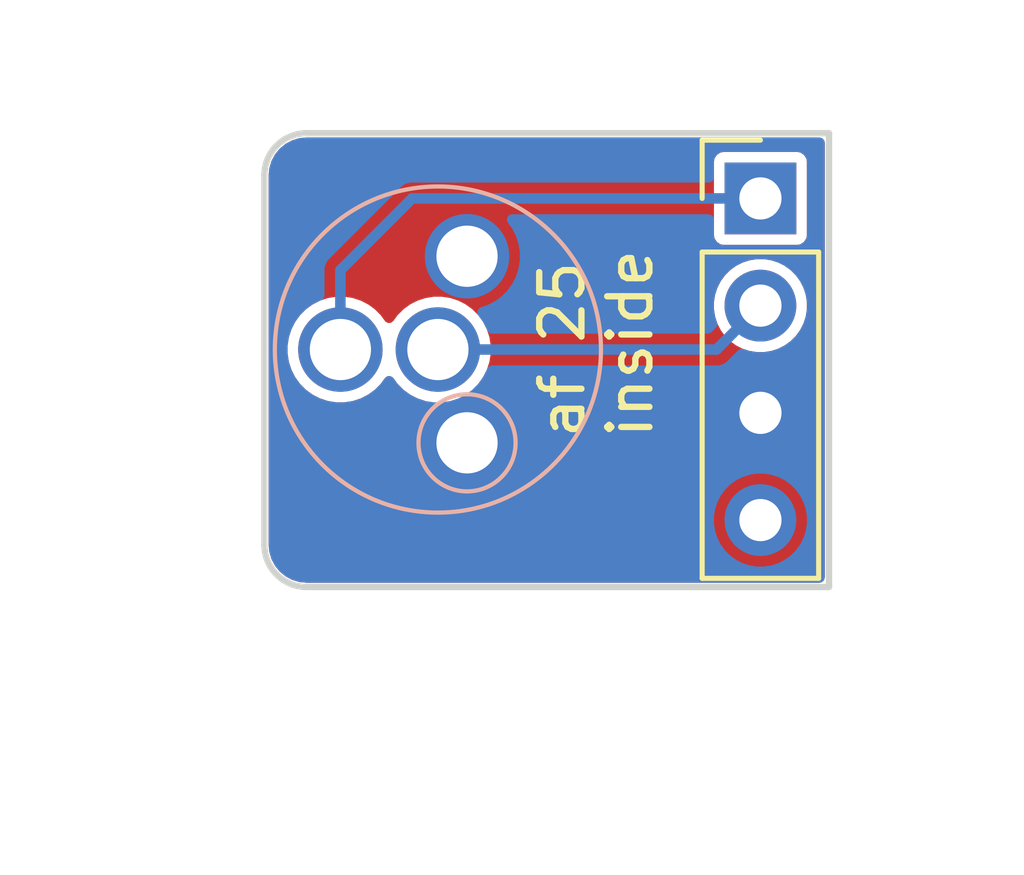
<source format=kicad_pcb>
(kicad_pcb (version 20241229) (generator "pcbnew") (generator_version "9.0")
  (layers (0 "F.Cu" signal) (2 "B.Cu" signal) (13 "F.Paste" user) (15 "B.Paste" user) (5 "F.SilkS" user "F.Silkscreen") (7 "B.SilkS" user "B.Silkscreen") (1 "F.Mask" user) (3 "B.Mask" user) (25 "Edge.Cuts" user))
  (net 0 "")
  (net 1 "/TC+")
  (net 2 "/DET")
  (net 3 "GND")
  (net 4 "/HEATER")
  (footprint "Connector_PinHeader_2.54mm:PinHeader_1x04_P2.54mm_Vertical" (layer "F.Cu") (at 148.326708 103.279669)
    (property "Reference" "J6" (hide yes))
    (property "Value" "Conn_01x04_Pin")
    (fp_line (start -1.38 -1.38) (end 0 -1.38) (stroke (width 0.12)) (layer "F.SilkS"))
    (fp_line (start -1.38 0) (end -1.38 -1.38) (stroke (width 0.12)) (layer "F.SilkS"))
    (fp_line (start -1.38 1.27) (end -1.38 9) (stroke (width 0.12)) (layer "F.SilkS"))
    (fp_line (start -1.38 1.27) (end 1.38 1.27) (stroke (width 0.12)) (layer "F.SilkS"))
    (fp_line (start -1.38 9) (end 1.38 9) (stroke (width 0.12)) (layer "F.SilkS"))
    (fp_line (start 1.38 1.27) (end 1.38 9) (stroke (width 0.12)) (layer "F.SilkS"))
    (pad "1" thru_hole rect (at 0 0) (size 1.7 1.7) (drill 1) (layers "*.Cu" "*.Mask") (net 1 "/TC+"))
    (pad "2" thru_hole circle (at 0 2.54) (size 1.7 1.7) (drill 1) (layers "*.Cu" "*.Mask") (net 2 "/DET"))
    (pad "3" thru_hole circle (at 0 5.08) (size 1.7 1.7) (drill 1) (layers "*.Cu" "*.Mask") (net 3 "GND"))
    (pad "4" thru_hole circle (at 0 7.62) (size 1.7 1.7) (drill 1) (layers "*.Cu" "*.Mask") (net 4 "/HEATER"))
  )
  (footprint "custom:MiniXLR-4_Rean_RT4MPR" (layer "B.Cu") (at 140.686708 106.859669 90)
    (property "Reference" "J5" (hide yes))
    (property "Value" "XLR4")
    (fp_circle (center 0 0) (end 0.635 3.81) (stroke (width 0.1)) (fill no) (layer "B.SilkS"))
    (fp_circle (center -2.21 0.69) (end -1.06 0.69) (stroke (width 0.1)) (fill no) (layer "B.SilkS"))
    (pad "1" thru_hole circle (at -2.21 0.69 270) (size 2 2) (drill 1.45) (layers "*.Cu" "*.Mask") (net 3 "GND"))
    (pad "2" thru_hole circle (at 0 -2.31 270) (size 2 2) (drill 1.45) (layers "*.Cu" "*.Mask") (net 1 "/TC+"))
    (pad "3" thru_hole circle (at 2.21 0.69 270) (size 2 2) (drill 1.45) (layers "*.Cu" "*.Mask") (net 4 "/HEATER"))
    (pad "4" thru_hole circle (at 0 0 270) (size 2 2) (drill 1.45) (layers "*.Cu" "*.Mask") (net 2 "/DET"))
  )
  (gr_arc (start 137.576708 112.484669) (mid 136.869601 112.191776) (end 136.576708 111.484669) (stroke (width 0.15)) (layer "Edge.Cuts"))
  (gr_arc (start 136.576708 102.734669) (mid 136.869601 102.027562) (end 137.576708 101.734669) (stroke (width 0.15)) (layer "Edge.Cuts"))
  (gr_line (start 137.576708 112.484669) (end 149.951708 112.484669) (stroke (width 0.15)) (layer "Edge.Cuts"))
  (gr_line (start 136.576708 111.484669) (end 136.576708 102.734669) (stroke (width 0.15)) (layer "Edge.Cuts"))
  (gr_line (start 149.951708 112.484669) (end 149.951708 101.734669) (stroke (width 0.15)) (layer "Edge.Cuts"))
  (gr_line (start 137.576708 101.734669) (end 149.951708 101.734669) (stroke (width 0.15)) (layer "Edge.Cuts"))
  (gr_text "af 25\ninside" (at 145.826708 109.029669 90) (layer "F.SilkS") (effects (font (size 1 1)) (justify left bottom)))
  (segment (start 138.376708 106.859669) (end 138.376708 104.979669) (width 0.25) (layer "B.Cu") (net 1))
  (segment (start 140.076708 103.279669) (end 148.326708 103.279669) (width 0.25) (layer "B.Cu") (net 1))
  (segment (start 138.376708 104.979669) (end 140.076708 103.279669) (width 0.25) (layer "B.Cu") (net 1))
  (segment (start 140.686708 106.859669) (end 147.286708 106.859669) (width 0.25) (layer "B.Cu") (net 2))
  (segment (start 147.286708 106.859669) (end 148.326708 105.819669) (width 0.25) (layer "B.Cu") (net 2))
  (zone (net 4) (net_name "/HEATER") (layer "F.Cu") (priority 1) (connect_pads yes (clearance 0.25)) (min_thickness 0.25) (fill yes (thermal_gap 0.5) (thermal_bridge_width 0.5))
    (polygon (pts (xy 136.375 101.75) (xy 136.375 112.5) (xy 150 112.5) (xy 150 101.75)))
  )
  (zone (net 3) (net_name "GND") (layer "B.Cu") (priority 1) (connect_pads yes (clearance 0.25)) (min_thickness 0.25) (fill yes (thermal_gap 0.5) (thermal_bridge_width 0.5))
    (polygon (pts (xy 136.375 101.75) (xy 136.375 112.5) (xy 150 112.5) (xy 150 101.75)))
  )
)
</source>
